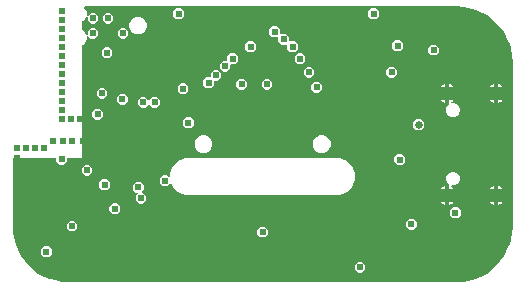
<source format=gbr>
G04 EAGLE Gerber RS-274X export*
G75*
%MOMM*%
%FSLAX34Y34*%
%LPD*%
%INEAGLE Copper Layer 2*%
%IPPOS*%
%AMOC8*
5,1,8,0,0,1.08239X$1,22.5*%
G01*
%ADD10C,1.108000*%
%ADD11C,0.604800*%
%ADD12C,1.108000*%
%ADD13C,0.654800*%

G36*
X165016Y-116695D02*
X165016Y-116695D01*
X165043Y-116696D01*
X170186Y-116407D01*
X170217Y-116400D01*
X170313Y-116389D01*
X180341Y-114100D01*
X180342Y-114100D01*
X180344Y-114100D01*
X180502Y-114044D01*
X189770Y-109581D01*
X189771Y-109580D01*
X189772Y-109580D01*
X189914Y-109490D01*
X197956Y-103077D01*
X197957Y-103076D01*
X197958Y-103075D01*
X198077Y-102956D01*
X204490Y-94914D01*
X204491Y-94913D01*
X204492Y-94912D01*
X204581Y-94770D01*
X209044Y-85502D01*
X209045Y-85501D01*
X209045Y-85500D01*
X209100Y-85341D01*
X211389Y-75313D01*
X211391Y-75281D01*
X211407Y-75186D01*
X211696Y-70043D01*
X211694Y-70026D01*
X211697Y-70000D01*
X211697Y70000D01*
X211695Y70016D01*
X211696Y70043D01*
X211407Y75186D01*
X211400Y75217D01*
X211389Y75313D01*
X209100Y85341D01*
X209100Y85342D01*
X209100Y85344D01*
X209044Y85502D01*
X204581Y94770D01*
X204580Y94771D01*
X204580Y94772D01*
X204490Y94914D01*
X198077Y102956D01*
X198076Y102957D01*
X198075Y102958D01*
X197956Y103077D01*
X189914Y109490D01*
X189913Y109491D01*
X189912Y109492D01*
X189770Y109581D01*
X180502Y114044D01*
X180501Y114045D01*
X180500Y114045D01*
X180341Y114100D01*
X177695Y114704D01*
X174360Y115466D01*
X171025Y116227D01*
X170313Y116389D01*
X170281Y116391D01*
X170186Y116407D01*
X165043Y116696D01*
X165026Y116694D01*
X165000Y116697D01*
X-150269Y116697D01*
X-150340Y116686D01*
X-150411Y116684D01*
X-150460Y116666D01*
X-150512Y116658D01*
X-150575Y116624D01*
X-150642Y116599D01*
X-150683Y116567D01*
X-150729Y116542D01*
X-150778Y116490D01*
X-150834Y116446D01*
X-150862Y116402D01*
X-150898Y116364D01*
X-150929Y116299D01*
X-150967Y116239D01*
X-150980Y116188D01*
X-151002Y116141D01*
X-151010Y116070D01*
X-151027Y116000D01*
X-151023Y115948D01*
X-151029Y115897D01*
X-151014Y115826D01*
X-151008Y115755D01*
X-150988Y115707D01*
X-150977Y115656D01*
X-150940Y115595D01*
X-150912Y115529D01*
X-150867Y115473D01*
X-150851Y115445D01*
X-150833Y115430D01*
X-150807Y115398D01*
X-150029Y114620D01*
X-148919Y111940D01*
X-148919Y109541D01*
X-148908Y109471D01*
X-148906Y109399D01*
X-148888Y109350D01*
X-148880Y109299D01*
X-148846Y109235D01*
X-148821Y109168D01*
X-148789Y109127D01*
X-148764Y109081D01*
X-148712Y109032D01*
X-148668Y108976D01*
X-148624Y108948D01*
X-148586Y108912D01*
X-148521Y108882D01*
X-148461Y108843D01*
X-148410Y108830D01*
X-148363Y108808D01*
X-148292Y108800D01*
X-148222Y108783D01*
X-148170Y108787D01*
X-148119Y108781D01*
X-148048Y108796D01*
X-147977Y108802D01*
X-147929Y108822D01*
X-147878Y108833D01*
X-147817Y108870D01*
X-147751Y108898D01*
X-147695Y108943D01*
X-147667Y108960D01*
X-147652Y108977D01*
X-147620Y109003D01*
X-145394Y111229D01*
X-141626Y111229D01*
X-138961Y108564D01*
X-138961Y104796D01*
X-141626Y102131D01*
X-145394Y102131D01*
X-148059Y104796D01*
X-148059Y107290D01*
X-148074Y107386D01*
X-148084Y107483D01*
X-148094Y107507D01*
X-148098Y107533D01*
X-148144Y107619D01*
X-148184Y107708D01*
X-148201Y107727D01*
X-148214Y107750D01*
X-148284Y107817D01*
X-148350Y107889D01*
X-148373Y107902D01*
X-148392Y107920D01*
X-148480Y107961D01*
X-148566Y108008D01*
X-148591Y108012D01*
X-148615Y108023D01*
X-148712Y108034D01*
X-148808Y108051D01*
X-148834Y108048D01*
X-148859Y108051D01*
X-148955Y108030D01*
X-149051Y108016D01*
X-149074Y108004D01*
X-149100Y107998D01*
X-149183Y107948D01*
X-149270Y107904D01*
X-149289Y107885D01*
X-149311Y107872D01*
X-149374Y107798D01*
X-149442Y107729D01*
X-149458Y107700D01*
X-149471Y107685D01*
X-149483Y107654D01*
X-149523Y107582D01*
X-150029Y106360D01*
X-152080Y104309D01*
X-152691Y104056D01*
X-152791Y103994D01*
X-152891Y103935D01*
X-152895Y103930D01*
X-152900Y103926D01*
X-152975Y103836D01*
X-153051Y103748D01*
X-153053Y103742D01*
X-153057Y103737D01*
X-153099Y103628D01*
X-153143Y103519D01*
X-153144Y103512D01*
X-153145Y103507D01*
X-153146Y103489D01*
X-153161Y103353D01*
X-153161Y97307D01*
X-153142Y97193D01*
X-153125Y97076D01*
X-153123Y97071D01*
X-153122Y97064D01*
X-153067Y96962D01*
X-153014Y96857D01*
X-153009Y96853D01*
X-153006Y96847D01*
X-152922Y96767D01*
X-152838Y96685D01*
X-152832Y96681D01*
X-152828Y96678D01*
X-152811Y96670D01*
X-152691Y96604D01*
X-152080Y96351D01*
X-150029Y94300D01*
X-149523Y93078D01*
X-149472Y92995D01*
X-149426Y92910D01*
X-149408Y92892D01*
X-149394Y92869D01*
X-149318Y92807D01*
X-149248Y92740D01*
X-149224Y92729D01*
X-149204Y92713D01*
X-149113Y92678D01*
X-149025Y92637D01*
X-148999Y92634D01*
X-148975Y92624D01*
X-148877Y92620D01*
X-148781Y92609D01*
X-148755Y92615D01*
X-148729Y92614D01*
X-148635Y92641D01*
X-148540Y92662D01*
X-148518Y92675D01*
X-148493Y92682D01*
X-148413Y92738D01*
X-148329Y92788D01*
X-148312Y92808D01*
X-148291Y92823D01*
X-148232Y92901D01*
X-148169Y92975D01*
X-148159Y92999D01*
X-148144Y93020D01*
X-148114Y93113D01*
X-148077Y93203D01*
X-148074Y93235D01*
X-148068Y93254D01*
X-148068Y93287D01*
X-148059Y93370D01*
X-148059Y95864D01*
X-145394Y98529D01*
X-141626Y98529D01*
X-138961Y95864D01*
X-138961Y92096D01*
X-141626Y89431D01*
X-145394Y89431D01*
X-147620Y91657D01*
X-147678Y91699D01*
X-147730Y91748D01*
X-147777Y91770D01*
X-147819Y91800D01*
X-147888Y91821D01*
X-147953Y91852D01*
X-148005Y91857D01*
X-148055Y91873D01*
X-148126Y91871D01*
X-148197Y91879D01*
X-148248Y91868D01*
X-148300Y91866D01*
X-148368Y91842D01*
X-148438Y91827D01*
X-148483Y91800D01*
X-148531Y91782D01*
X-148587Y91737D01*
X-148649Y91700D01*
X-148683Y91661D01*
X-148723Y91628D01*
X-148762Y91568D01*
X-148809Y91513D01*
X-148828Y91465D01*
X-148856Y91421D01*
X-148874Y91352D01*
X-148901Y91285D01*
X-148909Y91214D01*
X-148917Y91183D01*
X-148915Y91160D01*
X-148919Y91119D01*
X-148919Y88720D01*
X-150029Y86040D01*
X-152080Y83989D01*
X-152691Y83736D01*
X-152791Y83674D01*
X-152891Y83615D01*
X-152895Y83610D01*
X-152900Y83606D01*
X-152975Y83516D01*
X-153051Y83428D01*
X-153053Y83422D01*
X-153057Y83417D01*
X-153099Y83308D01*
X-153143Y83199D01*
X-153144Y83192D01*
X-153145Y83187D01*
X-153146Y83169D01*
X-153161Y83033D01*
X-153161Y-11939D01*
X-164870Y-11939D01*
X-164890Y-11942D01*
X-164909Y-11940D01*
X-165011Y-11962D01*
X-165113Y-11979D01*
X-165130Y-11988D01*
X-165150Y-11992D01*
X-165239Y-12045D01*
X-165330Y-12094D01*
X-165344Y-12108D01*
X-165361Y-12118D01*
X-165428Y-12197D01*
X-165500Y-12272D01*
X-165508Y-12290D01*
X-165521Y-12305D01*
X-165560Y-12401D01*
X-165603Y-12495D01*
X-165605Y-12515D01*
X-165613Y-12533D01*
X-165631Y-12700D01*
X-165631Y-14584D01*
X-168296Y-17249D01*
X-172064Y-17249D01*
X-174729Y-14584D01*
X-174729Y-12700D01*
X-174732Y-12680D01*
X-174730Y-12661D01*
X-174752Y-12559D01*
X-174768Y-12457D01*
X-174778Y-12440D01*
X-174782Y-12420D01*
X-174835Y-12331D01*
X-174884Y-12240D01*
X-174898Y-12226D01*
X-174908Y-12209D01*
X-174987Y-12142D01*
X-175062Y-12071D01*
X-175080Y-12062D01*
X-175095Y-12049D01*
X-175191Y-12010D01*
X-175285Y-11967D01*
X-175305Y-11965D01*
X-175323Y-11957D01*
X-175490Y-11939D01*
X-210936Y-11939D01*
X-210956Y-11942D01*
X-210975Y-11940D01*
X-211077Y-11962D01*
X-211179Y-11979D01*
X-211196Y-11988D01*
X-211216Y-11992D01*
X-211305Y-12045D01*
X-211396Y-12094D01*
X-211410Y-12108D01*
X-211427Y-12118D01*
X-211494Y-12197D01*
X-211566Y-12272D01*
X-211574Y-12290D01*
X-211587Y-12305D01*
X-211626Y-12401D01*
X-211669Y-12495D01*
X-211671Y-12515D01*
X-211679Y-12533D01*
X-211697Y-12700D01*
X-211697Y-70000D01*
X-211695Y-70016D01*
X-211696Y-70043D01*
X-211407Y-75186D01*
X-211400Y-75217D01*
X-211389Y-75313D01*
X-209100Y-85341D01*
X-209100Y-85342D01*
X-209100Y-85344D01*
X-209044Y-85502D01*
X-204581Y-94770D01*
X-204580Y-94771D01*
X-204580Y-94772D01*
X-204490Y-94914D01*
X-198077Y-102956D01*
X-198076Y-102957D01*
X-198075Y-102958D01*
X-197956Y-103077D01*
X-189914Y-109490D01*
X-189913Y-109491D01*
X-189912Y-109492D01*
X-189770Y-109581D01*
X-180502Y-114044D01*
X-180501Y-114045D01*
X-180500Y-114045D01*
X-180341Y-114100D01*
X-179050Y-114395D01*
X-175715Y-115156D01*
X-172380Y-115918D01*
X-170313Y-116389D01*
X-170281Y-116391D01*
X-170186Y-116407D01*
X-165043Y-116696D01*
X-165026Y-116694D01*
X-165000Y-116697D01*
X165000Y-116697D01*
X165016Y-116695D01*
G37*
%LPC*%
G36*
X-65618Y-43176D02*
X-65618Y-43176D01*
X-71380Y-40789D01*
X-75789Y-36380D01*
X-77075Y-33276D01*
X-77099Y-33237D01*
X-77115Y-33194D01*
X-77163Y-33133D01*
X-77204Y-33067D01*
X-77240Y-33038D01*
X-77268Y-33002D01*
X-77334Y-32960D01*
X-77394Y-32910D01*
X-77437Y-32894D01*
X-77475Y-32869D01*
X-77551Y-32850D01*
X-77623Y-32822D01*
X-77669Y-32820D01*
X-77714Y-32809D01*
X-77791Y-32815D01*
X-77869Y-32812D01*
X-77913Y-32825D01*
X-77959Y-32828D01*
X-78031Y-32859D01*
X-78105Y-32880D01*
X-78143Y-32906D01*
X-78185Y-32924D01*
X-78292Y-33010D01*
X-78307Y-33020D01*
X-78310Y-33025D01*
X-78316Y-33029D01*
X-80666Y-35379D01*
X-84434Y-35379D01*
X-87099Y-32714D01*
X-87099Y-28946D01*
X-84434Y-26281D01*
X-80666Y-26281D01*
X-79475Y-27472D01*
X-79417Y-27514D01*
X-79365Y-27563D01*
X-79318Y-27585D01*
X-79276Y-27615D01*
X-79207Y-27636D01*
X-79142Y-27667D01*
X-79090Y-27672D01*
X-79040Y-27688D01*
X-78969Y-27686D01*
X-78898Y-27694D01*
X-78847Y-27683D01*
X-78795Y-27681D01*
X-78727Y-27657D01*
X-78657Y-27642D01*
X-78612Y-27615D01*
X-78564Y-27597D01*
X-78508Y-27552D01*
X-78446Y-27515D01*
X-78412Y-27476D01*
X-78372Y-27443D01*
X-78333Y-27383D01*
X-78286Y-27328D01*
X-78267Y-27280D01*
X-78239Y-27236D01*
X-78221Y-27167D01*
X-78194Y-27100D01*
X-78186Y-27029D01*
X-78178Y-26998D01*
X-78180Y-26975D01*
X-78176Y-26934D01*
X-78176Y-24382D01*
X-75789Y-18620D01*
X-71380Y-14211D01*
X-65618Y-11824D01*
X65618Y-11824D01*
X71380Y-14211D01*
X75789Y-18620D01*
X78176Y-24382D01*
X78176Y-30618D01*
X75789Y-36380D01*
X71380Y-40789D01*
X65618Y-43176D01*
X-65618Y-43176D01*
G37*
%LPD*%
%LPC*%
G36*
X23516Y78001D02*
X23516Y78001D01*
X20851Y80666D01*
X20851Y83701D01*
X20840Y83771D01*
X20838Y83843D01*
X20820Y83892D01*
X20812Y83943D01*
X20778Y84007D01*
X20753Y84074D01*
X20721Y84115D01*
X20696Y84161D01*
X20644Y84210D01*
X20600Y84266D01*
X20556Y84294D01*
X20518Y84330D01*
X20453Y84360D01*
X20393Y84399D01*
X20342Y84412D01*
X20295Y84434D01*
X20224Y84442D01*
X20154Y84459D01*
X20102Y84455D01*
X20051Y84461D01*
X19980Y84446D01*
X19909Y84440D01*
X19861Y84420D01*
X19810Y84409D01*
X19749Y84372D01*
X19701Y84351D01*
X15896Y84351D01*
X13231Y87016D01*
X13231Y90051D01*
X13220Y90121D01*
X13218Y90193D01*
X13200Y90242D01*
X13192Y90293D01*
X13158Y90357D01*
X13133Y90424D01*
X13101Y90465D01*
X13076Y90511D01*
X13024Y90560D01*
X12980Y90616D01*
X12936Y90644D01*
X12898Y90680D01*
X12833Y90710D01*
X12773Y90749D01*
X12722Y90762D01*
X12675Y90784D01*
X12604Y90792D01*
X12534Y90809D01*
X12482Y90805D01*
X12431Y90811D01*
X12360Y90796D01*
X12289Y90790D01*
X12241Y90770D01*
X12190Y90759D01*
X12129Y90722D01*
X12081Y90701D01*
X8276Y90701D01*
X5611Y93366D01*
X5611Y97134D01*
X8276Y99799D01*
X12044Y99799D01*
X14709Y97134D01*
X14709Y94099D01*
X14720Y94029D01*
X14722Y93957D01*
X14740Y93908D01*
X14748Y93857D01*
X14782Y93793D01*
X14807Y93726D01*
X14839Y93685D01*
X14864Y93639D01*
X14916Y93590D01*
X14960Y93534D01*
X15004Y93506D01*
X15042Y93470D01*
X15107Y93440D01*
X15167Y93401D01*
X15218Y93388D01*
X15265Y93366D01*
X15336Y93358D01*
X15406Y93341D01*
X15458Y93345D01*
X15509Y93339D01*
X15580Y93354D01*
X15651Y93360D01*
X15699Y93380D01*
X15750Y93391D01*
X15811Y93428D01*
X15859Y93449D01*
X19664Y93449D01*
X22329Y90784D01*
X22329Y87749D01*
X22340Y87679D01*
X22342Y87607D01*
X22360Y87558D01*
X22368Y87507D01*
X22402Y87443D01*
X22427Y87376D01*
X22459Y87335D01*
X22484Y87289D01*
X22536Y87240D01*
X22580Y87184D01*
X22624Y87156D01*
X22662Y87120D01*
X22727Y87090D01*
X22787Y87051D01*
X22838Y87038D01*
X22885Y87016D01*
X22956Y87008D01*
X23026Y86991D01*
X23078Y86995D01*
X23129Y86989D01*
X23200Y87004D01*
X23271Y87010D01*
X23319Y87030D01*
X23370Y87041D01*
X23431Y87078D01*
X23479Y87099D01*
X27284Y87099D01*
X29949Y84434D01*
X29949Y80666D01*
X27284Y78001D01*
X23516Y78001D01*
G37*
%LPD*%
%LPC*%
G36*
X48500Y-7541D02*
X48500Y-7541D01*
X45728Y-6393D01*
X43607Y-4272D01*
X42459Y-1500D01*
X42459Y1500D01*
X43607Y4272D01*
X45728Y6393D01*
X48500Y7541D01*
X51500Y7541D01*
X54272Y6393D01*
X56393Y4272D01*
X57541Y1500D01*
X57541Y-1500D01*
X56393Y-4272D01*
X54272Y-6393D01*
X51500Y-7541D01*
X48500Y-7541D01*
G37*
%LPD*%
%LPC*%
G36*
X-51500Y-7541D02*
X-51500Y-7541D01*
X-54272Y-6393D01*
X-56393Y-4272D01*
X-57541Y-1500D01*
X-57541Y1500D01*
X-56393Y4272D01*
X-54272Y6393D01*
X-51500Y7541D01*
X-48500Y7541D01*
X-45728Y6393D01*
X-43607Y4272D01*
X-42459Y1500D01*
X-42459Y-1500D01*
X-43607Y-4272D01*
X-45728Y-6393D01*
X-48500Y-7541D01*
X-51500Y-7541D01*
G37*
%LPD*%
%LPC*%
G36*
X-106860Y93039D02*
X-106860Y93039D01*
X-109540Y94149D01*
X-111591Y96200D01*
X-112701Y98880D01*
X-112701Y101780D01*
X-111591Y104460D01*
X-109540Y106511D01*
X-106860Y107621D01*
X-103960Y107621D01*
X-101280Y106511D01*
X-99229Y104460D01*
X-98119Y101780D01*
X-98119Y98880D01*
X-99229Y96200D01*
X-101280Y94149D01*
X-103960Y93039D01*
X-106860Y93039D01*
G37*
%LPD*%
%LPC*%
G36*
X-102878Y31011D02*
X-102878Y31011D01*
X-105543Y33676D01*
X-105543Y37444D01*
X-102878Y40109D01*
X-99110Y40109D01*
X-96755Y37754D01*
X-96739Y37743D01*
X-96727Y37727D01*
X-96639Y37671D01*
X-96556Y37611D01*
X-96537Y37605D01*
X-96520Y37594D01*
X-96419Y37569D01*
X-96320Y37538D01*
X-96301Y37539D01*
X-96281Y37534D01*
X-96178Y37542D01*
X-96075Y37545D01*
X-96056Y37552D01*
X-96036Y37553D01*
X-95941Y37593D01*
X-95844Y37629D01*
X-95828Y37642D01*
X-95810Y37649D01*
X-95679Y37754D01*
X-93324Y40109D01*
X-89556Y40109D01*
X-86891Y37444D01*
X-86891Y33676D01*
X-89556Y31011D01*
X-93324Y31011D01*
X-95679Y33366D01*
X-95695Y33377D01*
X-95707Y33393D01*
X-95795Y33449D01*
X-95878Y33509D01*
X-95897Y33515D01*
X-95914Y33526D01*
X-96015Y33551D01*
X-96114Y33582D01*
X-96133Y33581D01*
X-96153Y33586D01*
X-96256Y33578D01*
X-96359Y33575D01*
X-96378Y33568D01*
X-96398Y33567D01*
X-96493Y33527D01*
X-96590Y33491D01*
X-96606Y33478D01*
X-96624Y33471D01*
X-96755Y33366D01*
X-99110Y31011D01*
X-102878Y31011D01*
G37*
%LPD*%
%LPC*%
G36*
X160058Y23109D02*
X160058Y23109D01*
X157930Y23991D01*
X156301Y25620D01*
X155419Y27748D01*
X155419Y30052D01*
X156301Y32180D01*
X158020Y33900D01*
X158034Y33918D01*
X158051Y33933D01*
X158105Y34018D01*
X158164Y34099D01*
X158170Y34121D01*
X158183Y34141D01*
X158206Y34238D01*
X158236Y34334D01*
X158235Y34357D01*
X158241Y34380D01*
X158232Y34480D01*
X158230Y34580D01*
X158222Y34602D01*
X158220Y34625D01*
X158180Y34717D01*
X158145Y34811D01*
X158131Y34829D01*
X158122Y34850D01*
X158054Y34925D01*
X157992Y35003D01*
X157972Y35016D01*
X157957Y35033D01*
X157869Y35082D01*
X157785Y35136D01*
X157762Y35142D01*
X157742Y35153D01*
X157709Y35159D01*
X157709Y41701D01*
X164151Y41701D01*
X163980Y40843D01*
X163371Y39372D01*
X162487Y38049D01*
X161361Y36923D01*
X160106Y36085D01*
X160090Y36069D01*
X160069Y36058D01*
X160000Y35986D01*
X159927Y35917D01*
X159916Y35897D01*
X159900Y35880D01*
X159858Y35789D01*
X159810Y35701D01*
X159806Y35678D01*
X159796Y35657D01*
X159785Y35557D01*
X159768Y35458D01*
X159772Y35435D01*
X159769Y35413D01*
X159791Y35314D01*
X159806Y35215D01*
X159817Y35195D01*
X159821Y35172D01*
X159873Y35086D01*
X159919Y34997D01*
X159936Y34981D01*
X159948Y34961D01*
X160024Y34896D01*
X160096Y34826D01*
X160117Y34816D01*
X160135Y34801D01*
X160228Y34764D01*
X160318Y34721D01*
X160341Y34718D01*
X160363Y34709D01*
X160529Y34691D01*
X162362Y34691D01*
X164490Y33809D01*
X166119Y32180D01*
X167001Y30052D01*
X167001Y27748D01*
X166119Y25620D01*
X164490Y23991D01*
X162362Y23109D01*
X160058Y23109D01*
G37*
%LPD*%
%LPC*%
G36*
X157709Y-41701D02*
X157709Y-41701D01*
X157709Y-35155D01*
X157719Y-35151D01*
X157815Y-35122D01*
X157834Y-35109D01*
X157855Y-35101D01*
X157934Y-35039D01*
X158016Y-34980D01*
X158029Y-34962D01*
X158047Y-34947D01*
X158102Y-34863D01*
X158161Y-34782D01*
X158168Y-34760D01*
X158180Y-34741D01*
X158205Y-34643D01*
X158235Y-34547D01*
X158235Y-34524D01*
X158240Y-34502D01*
X158233Y-34402D01*
X158231Y-34301D01*
X158223Y-34280D01*
X158221Y-34257D01*
X158182Y-34165D01*
X158148Y-34070D01*
X158134Y-34052D01*
X158125Y-34030D01*
X158020Y-33900D01*
X156301Y-32180D01*
X155419Y-30052D01*
X155419Y-27748D01*
X156301Y-25620D01*
X157930Y-23991D01*
X160058Y-23109D01*
X162362Y-23109D01*
X164490Y-23991D01*
X166119Y-25620D01*
X167001Y-27748D01*
X167001Y-30052D01*
X166119Y-32180D01*
X164490Y-33809D01*
X162362Y-34691D01*
X160529Y-34691D01*
X160507Y-34694D01*
X160484Y-34692D01*
X160386Y-34714D01*
X160287Y-34730D01*
X160266Y-34741D01*
X160244Y-34746D01*
X160158Y-34799D01*
X160069Y-34846D01*
X160053Y-34862D01*
X160034Y-34874D01*
X159969Y-34951D01*
X159900Y-35024D01*
X159890Y-35045D01*
X159875Y-35062D01*
X159839Y-35156D01*
X159796Y-35247D01*
X159794Y-35270D01*
X159785Y-35291D01*
X159780Y-35392D01*
X159769Y-35491D01*
X159774Y-35514D01*
X159773Y-35537D01*
X159800Y-35634D01*
X159821Y-35732D01*
X159833Y-35752D01*
X159840Y-35774D01*
X159896Y-35857D01*
X159948Y-35943D01*
X159965Y-35958D01*
X159978Y-35977D01*
X160106Y-36085D01*
X161361Y-36923D01*
X162487Y-38049D01*
X163371Y-39372D01*
X163980Y-40843D01*
X164151Y-41701D01*
X157709Y-41701D01*
G37*
%LPD*%
%LPC*%
G36*
X-104754Y-50269D02*
X-104754Y-50269D01*
X-107419Y-47604D01*
X-107419Y-43836D01*
X-106003Y-42420D01*
X-105961Y-42362D01*
X-105912Y-42310D01*
X-105890Y-42262D01*
X-105859Y-42220D01*
X-105838Y-42152D01*
X-105808Y-42087D01*
X-105802Y-42035D01*
X-105787Y-41985D01*
X-105789Y-41913D01*
X-105781Y-41842D01*
X-105792Y-41791D01*
X-105793Y-41739D01*
X-105818Y-41672D01*
X-105833Y-41602D01*
X-105860Y-41557D01*
X-105878Y-41508D01*
X-105923Y-41452D01*
X-105959Y-41391D01*
X-105999Y-41357D01*
X-106031Y-41316D01*
X-106092Y-41277D01*
X-106146Y-41231D01*
X-106195Y-41211D01*
X-106238Y-41183D01*
X-106308Y-41166D01*
X-106374Y-41139D01*
X-106446Y-41131D01*
X-106477Y-41123D01*
X-106500Y-41125D01*
X-106541Y-41120D01*
X-107036Y-41120D01*
X-109700Y-38456D01*
X-109700Y-34687D01*
X-107036Y-32023D01*
X-103267Y-32023D01*
X-100603Y-34687D01*
X-100603Y-38456D01*
X-102019Y-39872D01*
X-102061Y-39930D01*
X-102110Y-39982D01*
X-102132Y-40029D01*
X-102162Y-40071D01*
X-102183Y-40140D01*
X-102214Y-40205D01*
X-102219Y-40257D01*
X-102235Y-40307D01*
X-102233Y-40378D01*
X-102241Y-40449D01*
X-102230Y-40500D01*
X-102228Y-40552D01*
X-102204Y-40620D01*
X-102189Y-40690D01*
X-102162Y-40735D01*
X-102144Y-40783D01*
X-102099Y-40839D01*
X-102062Y-40901D01*
X-102023Y-40935D01*
X-101990Y-40975D01*
X-101930Y-41014D01*
X-101875Y-41061D01*
X-101827Y-41080D01*
X-101783Y-41108D01*
X-101714Y-41126D01*
X-101647Y-41153D01*
X-101576Y-41161D01*
X-101545Y-41169D01*
X-101522Y-41167D01*
X-101481Y-41171D01*
X-100986Y-41171D01*
X-98321Y-43836D01*
X-98321Y-47604D01*
X-100986Y-50269D01*
X-104754Y-50269D01*
G37*
%LPD*%
%LPC*%
G36*
X-33634Y61491D02*
X-33634Y61491D01*
X-36299Y64156D01*
X-36299Y67924D01*
X-33634Y70589D01*
X-30710Y70589D01*
X-30690Y70592D01*
X-30671Y70590D01*
X-30569Y70612D01*
X-30467Y70628D01*
X-30450Y70638D01*
X-30430Y70642D01*
X-30341Y70695D01*
X-30250Y70744D01*
X-30236Y70758D01*
X-30219Y70768D01*
X-30152Y70847D01*
X-30080Y70922D01*
X-30072Y70940D01*
X-30059Y70955D01*
X-30020Y71051D01*
X-29977Y71145D01*
X-29975Y71165D01*
X-29967Y71183D01*
X-29949Y71350D01*
X-29949Y74274D01*
X-27284Y76939D01*
X-23516Y76939D01*
X-20851Y74274D01*
X-20851Y70506D01*
X-23516Y67841D01*
X-26440Y67841D01*
X-26460Y67838D01*
X-26479Y67840D01*
X-26581Y67818D01*
X-26683Y67802D01*
X-26700Y67792D01*
X-26720Y67788D01*
X-26809Y67735D01*
X-26900Y67686D01*
X-26914Y67672D01*
X-26931Y67662D01*
X-26998Y67583D01*
X-27070Y67508D01*
X-27078Y67490D01*
X-27091Y67475D01*
X-27130Y67379D01*
X-27173Y67285D01*
X-27175Y67265D01*
X-27183Y67247D01*
X-27201Y67080D01*
X-27201Y64156D01*
X-29866Y61491D01*
X-33634Y61491D01*
G37*
%LPD*%
%LPC*%
G36*
X-47604Y47521D02*
X-47604Y47521D01*
X-50269Y50186D01*
X-50269Y53954D01*
X-47604Y56619D01*
X-44680Y56619D01*
X-44660Y56622D01*
X-44641Y56620D01*
X-44539Y56642D01*
X-44437Y56658D01*
X-44420Y56668D01*
X-44400Y56672D01*
X-44311Y56725D01*
X-44220Y56774D01*
X-44206Y56788D01*
X-44189Y56798D01*
X-44122Y56877D01*
X-44050Y56952D01*
X-44042Y56970D01*
X-44029Y56985D01*
X-43990Y57081D01*
X-43947Y57175D01*
X-43945Y57195D01*
X-43937Y57213D01*
X-43919Y57380D01*
X-43919Y60304D01*
X-41254Y62969D01*
X-37486Y62969D01*
X-34821Y60304D01*
X-34821Y56536D01*
X-37486Y53871D01*
X-40410Y53871D01*
X-40430Y53868D01*
X-40449Y53870D01*
X-40551Y53848D01*
X-40653Y53832D01*
X-40670Y53822D01*
X-40690Y53818D01*
X-40779Y53765D01*
X-40870Y53716D01*
X-40884Y53702D01*
X-40901Y53692D01*
X-40968Y53613D01*
X-41040Y53538D01*
X-41048Y53520D01*
X-41061Y53505D01*
X-41100Y53409D01*
X-41143Y53315D01*
X-41145Y53295D01*
X-41153Y53277D01*
X-41171Y53110D01*
X-41171Y50186D01*
X-43836Y47521D01*
X-47604Y47521D01*
G37*
%LPD*%
%LPC*%
G36*
X130092Y11711D02*
X130092Y11711D01*
X127281Y14522D01*
X127281Y18498D01*
X130092Y21309D01*
X134068Y21309D01*
X136879Y18498D01*
X136879Y14522D01*
X134068Y11711D01*
X130092Y11711D01*
G37*
%LPD*%
%LPC*%
G36*
X107336Y56411D02*
X107336Y56411D01*
X104671Y59076D01*
X104671Y62844D01*
X107336Y65509D01*
X111104Y65509D01*
X113769Y62844D01*
X113769Y59076D01*
X111104Y56411D01*
X107336Y56411D01*
G37*
%LPD*%
%LPC*%
G36*
X37486Y56411D02*
X37486Y56411D01*
X34821Y59076D01*
X34821Y62844D01*
X37486Y65509D01*
X41254Y65509D01*
X43919Y62844D01*
X43919Y59076D01*
X41254Y56411D01*
X37486Y56411D01*
G37*
%LPD*%
%LPC*%
G36*
X29866Y67841D02*
X29866Y67841D01*
X27201Y70506D01*
X27201Y74274D01*
X29866Y76939D01*
X33634Y76939D01*
X36299Y74274D01*
X36299Y70506D01*
X33634Y67841D01*
X29866Y67841D01*
G37*
%LPD*%
%LPC*%
G36*
X80666Y-108689D02*
X80666Y-108689D01*
X78001Y-106024D01*
X78001Y-102256D01*
X80666Y-99591D01*
X84434Y-99591D01*
X87099Y-102256D01*
X87099Y-106024D01*
X84434Y-108689D01*
X80666Y-108689D01*
G37*
%LPD*%
%LPC*%
G36*
X-19664Y46251D02*
X-19664Y46251D01*
X-22329Y48916D01*
X-22329Y52684D01*
X-19664Y55349D01*
X-15896Y55349D01*
X-13231Y52684D01*
X-13231Y48916D01*
X-15896Y46251D01*
X-19664Y46251D01*
G37*
%LPD*%
%LPC*%
G36*
X43836Y43711D02*
X43836Y43711D01*
X41171Y46376D01*
X41171Y50144D01*
X43836Y52809D01*
X47604Y52809D01*
X50269Y50144D01*
X50269Y46376D01*
X47604Y43711D01*
X43836Y43711D01*
G37*
%LPD*%
%LPC*%
G36*
X-69194Y42441D02*
X-69194Y42441D01*
X-71859Y45106D01*
X-71859Y48874D01*
X-69194Y51539D01*
X-65426Y51539D01*
X-62761Y48874D01*
X-62761Y45106D01*
X-65426Y42441D01*
X-69194Y42441D01*
G37*
%LPD*%
%LPC*%
G36*
X-184884Y-95549D02*
X-184884Y-95549D01*
X-187549Y-92884D01*
X-187549Y-89116D01*
X-184884Y-86451D01*
X-181116Y-86451D01*
X-178451Y-89116D01*
X-178451Y-92884D01*
X-181116Y-95549D01*
X-184884Y-95549D01*
G37*
%LPD*%
%LPC*%
G36*
X-163174Y-73764D02*
X-163174Y-73764D01*
X-165839Y-71099D01*
X-165839Y-67331D01*
X-163174Y-64666D01*
X-159406Y-64666D01*
X-156741Y-67331D01*
X-156741Y-71099D01*
X-159406Y-73764D01*
X-163174Y-73764D01*
G37*
%LPD*%
%LPC*%
G36*
X124102Y-72238D02*
X124102Y-72238D01*
X121437Y-69573D01*
X121437Y-65805D01*
X124102Y-63140D01*
X127870Y-63140D01*
X130535Y-65805D01*
X130535Y-69573D01*
X127870Y-72238D01*
X124102Y-72238D01*
G37*
%LPD*%
%LPC*%
G36*
X161311Y-62334D02*
X161311Y-62334D01*
X158646Y-59669D01*
X158646Y-55901D01*
X161311Y-53236D01*
X165079Y-53236D01*
X167744Y-55901D01*
X167744Y-59669D01*
X165079Y-62334D01*
X161311Y-62334D01*
G37*
%LPD*%
%LPC*%
G36*
X-137774Y38631D02*
X-137774Y38631D01*
X-140439Y41296D01*
X-140439Y45064D01*
X-137774Y47729D01*
X-134006Y47729D01*
X-131341Y45064D01*
X-131341Y41296D01*
X-134006Y38631D01*
X-137774Y38631D01*
G37*
%LPD*%
%LPC*%
G36*
X-120587Y33551D02*
X-120587Y33551D01*
X-123252Y36216D01*
X-123252Y39984D01*
X-120587Y42649D01*
X-116819Y42649D01*
X-114155Y39984D01*
X-114155Y36216D01*
X-116819Y33551D01*
X-120587Y33551D01*
G37*
%LPD*%
%LPC*%
G36*
X-126979Y-59159D02*
X-126979Y-59159D01*
X-129644Y-56494D01*
X-129644Y-52726D01*
X-126979Y-50061D01*
X-123211Y-50061D01*
X-120546Y-52726D01*
X-120546Y-56494D01*
X-123211Y-59159D01*
X-126979Y-59159D01*
G37*
%LPD*%
%LPC*%
G36*
X-12044Y78001D02*
X-12044Y78001D01*
X-14709Y80666D01*
X-14709Y84434D01*
X-12044Y87099D01*
X-8276Y87099D01*
X-5611Y84434D01*
X-5611Y80666D01*
X-8276Y78001D01*
X-12044Y78001D01*
G37*
%LPD*%
%LPC*%
G36*
X112416Y78911D02*
X112416Y78911D01*
X109751Y81576D01*
X109751Y85344D01*
X112416Y88009D01*
X116184Y88009D01*
X118849Y85344D01*
X118849Y81576D01*
X116184Y78911D01*
X112416Y78911D01*
G37*
%LPD*%
%LPC*%
G36*
X-135618Y-38839D02*
X-135618Y-38839D01*
X-138283Y-36174D01*
X-138283Y-32406D01*
X-135618Y-29741D01*
X-131850Y-29741D01*
X-129185Y-32406D01*
X-129185Y-36174D01*
X-131850Y-38839D01*
X-135618Y-38839D01*
G37*
%LPD*%
%LPC*%
G36*
X-119994Y89431D02*
X-119994Y89431D01*
X-122659Y92096D01*
X-122659Y95864D01*
X-119994Y98529D01*
X-116226Y98529D01*
X-113561Y95864D01*
X-113561Y92096D01*
X-116226Y89431D01*
X-119994Y89431D01*
G37*
%LPD*%
%LPC*%
G36*
X-141584Y20851D02*
X-141584Y20851D01*
X-144249Y23516D01*
X-144249Y27284D01*
X-141584Y29949D01*
X-137816Y29949D01*
X-135151Y27284D01*
X-135151Y23516D01*
X-137816Y20851D01*
X-141584Y20851D01*
G37*
%LPD*%
%LPC*%
G36*
X-64696Y13813D02*
X-64696Y13813D01*
X-67361Y16478D01*
X-67361Y20246D01*
X-64696Y22911D01*
X-60928Y22911D01*
X-58263Y20246D01*
X-58263Y16478D01*
X-60928Y13813D01*
X-64696Y13813D01*
G37*
%LPD*%
%LPC*%
G36*
X-133638Y72921D02*
X-133638Y72921D01*
X-136303Y75586D01*
X-136303Y79354D01*
X-133638Y82019D01*
X-129870Y82019D01*
X-127205Y79354D01*
X-127205Y75586D01*
X-129870Y72921D01*
X-133638Y72921D01*
G37*
%LPD*%
%LPC*%
G36*
X-132694Y102131D02*
X-132694Y102131D01*
X-135359Y104796D01*
X-135359Y108564D01*
X-132694Y111229D01*
X-128926Y111229D01*
X-126261Y108564D01*
X-126261Y104796D01*
X-128926Y102131D01*
X-132694Y102131D01*
G37*
%LPD*%
%LPC*%
G36*
X-73004Y105941D02*
X-73004Y105941D01*
X-75669Y108606D01*
X-75669Y112374D01*
X-73004Y115039D01*
X-69236Y115039D01*
X-66571Y112374D01*
X-66571Y108606D01*
X-69236Y105941D01*
X-73004Y105941D01*
G37*
%LPD*%
%LPC*%
G36*
X114296Y-17549D02*
X114296Y-17549D01*
X111631Y-14884D01*
X111631Y-11116D01*
X114296Y-8451D01*
X118064Y-8451D01*
X120729Y-11116D01*
X120729Y-14884D01*
X118064Y-17549D01*
X114296Y-17549D01*
G37*
%LPD*%
%LPC*%
G36*
X92096Y105941D02*
X92096Y105941D01*
X89431Y108606D01*
X89431Y112374D01*
X92096Y115039D01*
X95864Y115039D01*
X98529Y112374D01*
X98529Y108606D01*
X95864Y105941D01*
X92096Y105941D01*
G37*
%LPD*%
%LPC*%
G36*
X-150474Y-26489D02*
X-150474Y-26489D01*
X-153139Y-23824D01*
X-153139Y-20056D01*
X-150474Y-17391D01*
X-146706Y-17391D01*
X-144041Y-20056D01*
X-144041Y-23824D01*
X-146706Y-26489D01*
X-150474Y-26489D01*
G37*
%LPD*%
%LPC*%
G36*
X142896Y75160D02*
X142896Y75160D01*
X140231Y77825D01*
X140231Y81593D01*
X142896Y84258D01*
X146664Y84258D01*
X149329Y81593D01*
X149329Y77825D01*
X146664Y75160D01*
X142896Y75160D01*
G37*
%LPD*%
%LPC*%
G36*
X1930Y46255D02*
X1930Y46255D01*
X-735Y48920D01*
X-735Y52688D01*
X1930Y55353D01*
X5698Y55353D01*
X8363Y52688D01*
X8363Y48920D01*
X5698Y46255D01*
X1930Y46255D01*
G37*
%LPD*%
%LPC*%
G36*
X-1884Y-78844D02*
X-1884Y-78844D01*
X-4549Y-76179D01*
X-4549Y-72411D01*
X-1884Y-69746D01*
X1884Y-69746D01*
X4549Y-72411D01*
X4549Y-76179D01*
X1884Y-78844D01*
X-1884Y-78844D01*
G37*
%LPD*%
%LPC*%
G36*
X157709Y44699D02*
X157709Y44699D01*
X157709Y51141D01*
X158567Y50970D01*
X160038Y50361D01*
X161361Y49477D01*
X162487Y48351D01*
X163371Y47028D01*
X163980Y45557D01*
X164151Y44699D01*
X157709Y44699D01*
G37*
%LPD*%
%LPC*%
G36*
X199209Y44699D02*
X199209Y44699D01*
X199209Y51141D01*
X200067Y50970D01*
X201538Y50361D01*
X202861Y49477D01*
X203987Y48351D01*
X204871Y47028D01*
X205480Y45557D01*
X205651Y44699D01*
X199209Y44699D01*
G37*
%LPD*%
%LPC*%
G36*
X157709Y-44699D02*
X157709Y-44699D01*
X164151Y-44699D01*
X163980Y-45557D01*
X163371Y-47028D01*
X162487Y-48351D01*
X161361Y-49477D01*
X160038Y-50361D01*
X158567Y-50970D01*
X157709Y-51141D01*
X157709Y-44699D01*
G37*
%LPD*%
%LPC*%
G36*
X199209Y-44699D02*
X199209Y-44699D01*
X205651Y-44699D01*
X205480Y-45557D01*
X204871Y-47028D01*
X203987Y-48351D01*
X202861Y-49477D01*
X201538Y-50361D01*
X200067Y-50970D01*
X199209Y-51141D01*
X199209Y-44699D01*
G37*
%LPD*%
%LPC*%
G36*
X195353Y-50970D02*
X195353Y-50970D01*
X193882Y-50361D01*
X192559Y-49477D01*
X191433Y-48351D01*
X190549Y-47028D01*
X189940Y-45557D01*
X189769Y-44699D01*
X196211Y-44699D01*
X196211Y-51141D01*
X195353Y-50970D01*
G37*
%LPD*%
%LPC*%
G36*
X189769Y44699D02*
X189769Y44699D01*
X189940Y45557D01*
X190549Y47028D01*
X191433Y48351D01*
X192559Y49477D01*
X193882Y50361D01*
X195353Y50970D01*
X196211Y51141D01*
X196211Y44699D01*
X189769Y44699D01*
G37*
%LPD*%
%LPC*%
G36*
X153853Y-50970D02*
X153853Y-50970D01*
X152382Y-50361D01*
X151059Y-49477D01*
X149933Y-48351D01*
X149049Y-47028D01*
X148440Y-45557D01*
X148269Y-44699D01*
X154711Y-44699D01*
X154711Y-51141D01*
X153853Y-50970D01*
G37*
%LPD*%
%LPC*%
G36*
X199209Y41701D02*
X199209Y41701D01*
X205651Y41701D01*
X205480Y40843D01*
X204871Y39372D01*
X203987Y38049D01*
X202861Y36923D01*
X201538Y36039D01*
X200067Y35430D01*
X199209Y35259D01*
X199209Y41701D01*
G37*
%LPD*%
%LPC*%
G36*
X148269Y44699D02*
X148269Y44699D01*
X148440Y45557D01*
X149049Y47028D01*
X149933Y48351D01*
X151059Y49477D01*
X152382Y50361D01*
X153853Y50970D01*
X154711Y51141D01*
X154711Y44699D01*
X148269Y44699D01*
G37*
%LPD*%
%LPC*%
G36*
X199209Y-41701D02*
X199209Y-41701D01*
X199209Y-35259D01*
X200067Y-35430D01*
X201538Y-36039D01*
X202861Y-36923D01*
X203987Y-38049D01*
X204871Y-39372D01*
X205480Y-40843D01*
X205651Y-41701D01*
X199209Y-41701D01*
G37*
%LPD*%
%LPC*%
G36*
X148269Y-41701D02*
X148269Y-41701D01*
X148440Y-40843D01*
X149049Y-39372D01*
X149933Y-38049D01*
X151059Y-36923D01*
X152382Y-36039D01*
X153853Y-35430D01*
X154711Y-35259D01*
X154711Y-41701D01*
X148269Y-41701D01*
G37*
%LPD*%
%LPC*%
G36*
X195353Y35430D02*
X195353Y35430D01*
X193882Y36039D01*
X192559Y36923D01*
X191433Y38049D01*
X190549Y39372D01*
X189940Y40843D01*
X189769Y41701D01*
X196211Y41701D01*
X196211Y35259D01*
X195353Y35430D01*
G37*
%LPD*%
%LPC*%
G36*
X189769Y-41701D02*
X189769Y-41701D01*
X189940Y-40843D01*
X190549Y-39372D01*
X191433Y-38049D01*
X192559Y-36923D01*
X193882Y-36039D01*
X195353Y-35430D01*
X196211Y-35259D01*
X196211Y-41701D01*
X189769Y-41701D01*
G37*
%LPD*%
%LPC*%
G36*
X153853Y35430D02*
X153853Y35430D01*
X152382Y36039D01*
X151059Y36923D01*
X149933Y38049D01*
X149049Y39372D01*
X148440Y40843D01*
X148269Y41701D01*
X154711Y41701D01*
X154711Y35259D01*
X153853Y35430D01*
G37*
%LPD*%
D10*
X156210Y-43200D03*
X156210Y43200D03*
X197710Y43200D03*
X197710Y-43200D03*
D11*
X-119060Y62370D03*
X-127000Y43100D03*
X-142560Y79870D03*
X-114300Y0D03*
X-160020Y-41910D03*
X-102870Y-55880D03*
X-110490Y-85090D03*
X-73660Y-44450D03*
X-56800Y-76200D03*
X95250Y-90984D03*
X59690Y-95250D03*
X70485Y-49530D03*
X85090Y-13970D03*
X105410Y50800D03*
X-3810Y46990D03*
X-177800Y2620D03*
X-118110Y106680D03*
X-94828Y88972D03*
X-55800Y-88900D03*
D12*
X150670Y-43200D02*
X156210Y-43200D01*
X161750Y-43200D01*
X156210Y43200D02*
X150670Y43200D01*
X156210Y43200D02*
X161750Y43200D01*
X192170Y-43200D02*
X197710Y-43200D01*
X203250Y-43200D01*
X197710Y43200D02*
X192170Y43200D01*
X197710Y43200D02*
X203250Y43200D01*
D11*
X-162560Y21590D03*
X-154940Y21590D03*
X-170180Y21590D03*
X-147320Y21590D03*
X-170180Y29210D03*
X-170180Y36830D03*
X-170180Y44450D03*
X-170180Y52070D03*
X-170180Y59690D03*
X-170180Y67310D03*
X-170180Y74930D03*
X-170180Y82550D03*
X-170180Y90170D03*
X-170180Y97790D03*
X-170180Y105410D03*
X-170180Y113030D03*
X-185420Y-3175D03*
X-193040Y-3175D03*
X-200660Y-3175D03*
X-208280Y-3175D03*
X-208280Y-11430D03*
X-208280Y-19685D03*
X-208280Y-27940D03*
X-208280Y-36195D03*
X-208280Y-44450D03*
X-168910Y2540D03*
X-161290Y2540D03*
X-152400Y2620D03*
X-114300Y12700D03*
X-101600Y12700D03*
X-101600Y0D03*
X-101600Y-12700D03*
X-114300Y-12700D03*
X-127000Y-12700D03*
X-127000Y0D03*
X-127000Y12700D03*
D13*
X144780Y105711D03*
D11*
X-125095Y-54610D03*
X-118703Y38100D03*
X-82550Y-30830D03*
X-148590Y-21940D03*
X-183000Y-91000D03*
X-139700Y25400D03*
X-71120Y110490D03*
X-170180Y-12700D03*
X-67310Y46990D03*
X163195Y-57785D03*
X82550Y-104140D03*
X93980Y110490D03*
X-17780Y50800D03*
X3814Y50804D03*
X-143510Y93980D03*
X-91440Y35560D03*
X-130810Y106680D03*
X-100994Y35560D03*
X-143510Y106680D03*
X-102870Y-45720D03*
X-118110Y93980D03*
X-131754Y77470D03*
X-135890Y43180D03*
X144780Y79709D03*
X114300Y83460D03*
X17780Y88900D03*
X-133734Y-34290D03*
X25400Y82550D03*
X-105152Y-36572D03*
X-45720Y52070D03*
X-39370Y58420D03*
X-31750Y66040D03*
X-25400Y72390D03*
X-10160Y82550D03*
X31750Y72390D03*
X39370Y60960D03*
X45720Y48260D03*
X10160Y95250D03*
X-62812Y18362D03*
X116180Y-13000D03*
X109220Y60960D03*
X125986Y-67689D03*
X-161290Y-69215D03*
X0Y-74295D03*
D13*
X132080Y16510D03*
M02*

</source>
